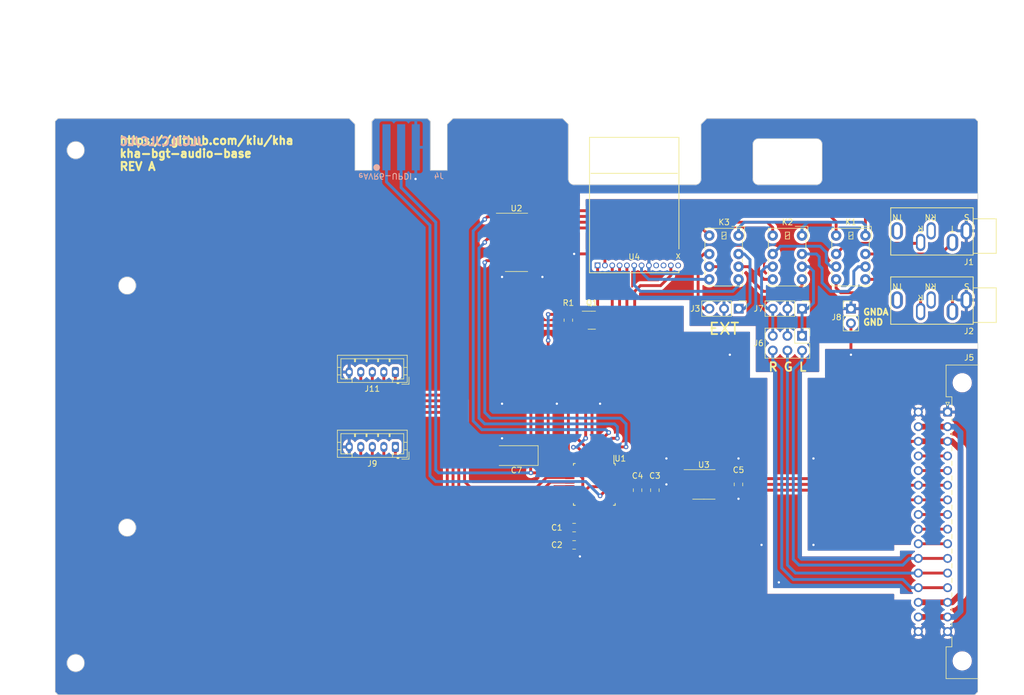
<source format=kicad_pcb>
(kicad_pcb (version 20221018) (generator pcbnew)
  (layers (0 "F.Cu" signal) (31 "B.Cu" signal) (34 "B.Paste" user) (35 "F.Paste" user) (36 "B.SilkS" user "B.Silkscreen") (37 "F.SilkS" user "F.Silkscreen") (38 "B.Mask" user) (39 "F.Mask" user) (44 "Edge.Cuts" user))
  (net 0 "")
  (net 1 "GNDA")
  (net 2 "UPDI")
  (net 3 "AUDIO_LEFT")
  (net 4 "AUDIO_RIGHT")
  (net 5 "SR03")
  (net 6 "SR02")
  (net 7 "SR01")
  (net 8 "GND")
  (net 9 "+5V")
  (net 10 "R01")
  (net 11 "R02")
  (net 12 "R03")
  (net 13 "S_BT_VCC")
  (net 14 "Net-(J3-Pin_1)")
  (net 15 "Net-(J3-Pin_3)")
  (net 16 "BT_VCC")
  (net 17 "Net-(J1-PadT)")
  (net 18 "Net-(K1-Pad3)")
  (net 19 "Net-(J2-PadT)")
  (net 20 "Net-(J2-PadR)")
  (net 21 "Net-(K1-Pad6)")
  (net 22 "Net-(J1-PadR)")
  (net 23 "Net-(K2-Pad4)")
  (net 24 "Net-(K2-Pad5)")
  (net 25 "BUS_DIR")
  (net 26 "BUS_TX")
  (net 27 "BUS_RX")
  (net 28 "Net-(U4-LEFT)")
  (net 29 "Net-(U4-RIGHT)")
  (net 37 "BT_CON")
  (net 38 "BT_LNK")
  (net 39 "LED01")
  (net 40 "LED02")
  (net 41 "LED03")
  (net 42 "LED04")
  (net 43 "BTN01")
  (net 44 "BTN02")
  (net 45 "BTN03")
  (net 46 "BTN04")
  (net 55 "+12V")
  (net 56 "RS485_INT_A")
  (net 57 "RS485_INT_B")
  (net 58 "RS485_A")
  (net 59 "RS485_B")
  (net 60 "BUS01")
  (net 61 "BUS02")
  (net 62 "BUS03")
  (net 63 "BUS04")
  (net 64 "BUS05")
  (net 65 "BUS06")
  (net 66 "BT_RX")
  (net 67 "BT_TX")
  (footprint "kiu:Relay_DPDT_HDF4-5" (layer "F.Cu") (at 240.5125 60.3175 -90)
    (fp_text reference "K1")
    (fp_text value "HFD4/5")
  )
  (footprint "kiu:PJ-325C5" (layer "F.Cu") (at 254.075 59.625 180)
    (fp_text reference "J1")
    (fp_text value "AudioJack3")
  )
  (footprint "Capacitor_Tantalum_SMD:CP_EIA-6032-28_Kemet-C" (layer "F.Cu") (at 180 98.5 180)
    (fp_text reference "C7")
    (fp_text value "220uF")
  )
  (footprint "kiu:Relay_DPDT_HDF4-5" (layer "F.Cu") (at 229.5125 60.3175 -90)
    (fp_text reference "K2")
    (fp_text value "HFD4/5")
  )
  (footprint "Resistor_SMD:R_0805_2012Metric" (layer "F.Cu") (at 189 75 90)
    (fp_text reference "R1")
    (fp_text value "10k")
  )
  (footprint "kiu:KCX_BT_EMITTER_V1.7 12P" (layer "F.Cu") (at 200.42 55.02)
    (fp_text reference "U4")
    (fp_text value "KCX_BT_EMITTER_1.7")
  )
  (footprint "Capacitor_SMD:C_0805_2012Metric" (layer "F.Cu") (at 190 111)
    (fp_text reference "C1")
    (fp_text value "10nF")
  )
  (footprint "Connector_DIN:DIN41612_C2_2x16_Male_Horizontal_THT" (layer "F.Cu") (at 254.76 90.945 -90)
    (fp_text reference "J5")
    (fp_text value "DIN41612_02x16_AC")
  )
  (footprint "Connector_JST:JST_PH_B5B-PH-K_1x05_P2.00mm_Vertical" (layer "F.Cu") (at 159 84 180)
    (fp_text reference "J11")
    (fp_text value "Conn_01x05")
  )
  (footprint "Package_SO:SOIC-8_3.9x4.9mm_P1.27mm" (layer "F.Cu") (at 212.5 103.5)
    (fp_text reference "U3")
    (fp_text value "SP481E")
  )
  (footprint "Package_TO_SOT_SMD:SOT-23" (layer "F.Cu") (at 193.0625 75)
    (fp_text reference "Q1")
    (fp_text value "DMG2301L")
  )
  (footprint "Package_QFP:TQFP-32_7x7mm_P0.8mm" (layer "F.Cu") (at 193.5 103.5 -90)
    (fp_text reference "U1")
    (fp_text value "AVR64DD32")
  )
  (footprint "Capacitor_SMD:C_0805_2012Metric" (layer "F.Cu") (at 204 104.5 90)
    (fp_text reference "C3")
    (fp_text value "100nF")
  )
  (footprint "Capacitor_SMD:C_0805_2012Metric" (layer "F.Cu") (at 218.5 103.5 -90)
    (fp_text reference "C5")
    (fp_text value "100nF")
  )
  (footprint "Capacitor_SMD:C_0805_2012Metric" (layer "F.Cu") (at 201 104.5 90)
    (fp_text reference "C4")
    (fp_text value "10nF")
  )
  (footprint "Connector_PinHeader_2.54mm:PinHeader_2x03_P2.54mm_Vertical" (layer "F.Cu") (at 229.525 77.725 -90)
    (fp_text reference "J6")
    (fp_text value "Conn_02x03_Odd_Even")
  )
  (footprint "Connector_JST:JST_PH_B5B-PH-K_1x05_P2.00mm_Vertical" (layer "F.Cu") (at 159 97 180)
    (fp_text reference "J9")
    (fp_text value "Conn_01x05")
  )
  (footprint "kiu:Relay_DPDT_HDF4-5" (layer "F.Cu") (at 218.5125 60.3175 -90)
    (fp_text reference "K3")
    (fp_text value "HFD4/5")
  )
  (footprint "Connector_PinHeader_2.54mm:PinHeader_1x02_P2.54mm_Vertical" (layer "F.Cu") (at 238 73)
    (fp_text reference "J8")
    (fp_text value "1x02_Jumper")
  )
  (footprint "Package_SO:SOP-16_3.9x9.9mm_P1.27mm" (layer "F.Cu") (at 180 61.5)
    (fp_text reference "U2")
    (fp_text value "ULN2003")
  )
  (footprint "Capacitor_SMD:C_0805_2012Metric" (layer "F.Cu") (at 190 114)
    (fp_text reference "C2")
    (fp_text value "100nF")
  )
  (footprint "kiu:PJ-325C5" (layer "F.Cu") (at 254.075 71.625 180)
    (fp_text reference "J2")
    (fp_text value "AudioJack3")
  )
  (footprint "Connector_PinHeader_2.54mm:PinHeader_1x03_P2.54mm_Vertical" (layer "F.Cu") (at 218.54 73 -90)
    (fp_text reference "J3")
    (fp_text value "Conn_01x03")
  )
  (footprint "Connector_PinHeader_2.54mm:PinHeader_1x03_P2.54mm_Vertical" (layer "F.Cu") (at 229.525 73 -90)
    (fp_text reference "J7")
    (fp_text value "Conn_01x03")
  )
  (footprint "kiu-eAVR:eAVR6-UPDI-F" (layer "B.Cu") (at 160 40)
    (fp_text reference "J4")
    (fp_text value "AVR-UPDI-6" hide)
    (fp_line (start -5.08 0.5) (end -4.58 0) (stroke (width 0.12)) (layer "Edge.Cuts"))
    (fp_line (start -5.08 9) (end -5.08 0.5) (stroke (width 0.12)) (layer "Edge.Cuts"))
    (fp_line (start -4.58 0) (end 4.58 0) (stroke (width 0.12)) (layer "Edge.Cuts"))
    (fp_line (start 5.08 0.5) (end 4.58 0) (stroke (width 0.12)) (layer "Edge.Cuts"))
    (fp_line (start 5.08 9) (end 5.08 0.5) (stroke (width 0.12)) (layer "Edge.Cuts"))
  )
  (gr_line (start 233 50.5) (end 233 44.5) (stroke (width 0.1)) (layer "Edge.Cuts"))
  (gr_line (start 152 41) (end 151 40) (stroke (width 0.1)) (layer "Edge.Cuts"))
  (gr_circle (center 103.57 134.5) (end 105.07 134.5) (stroke (width 0.1)) (fill none) (layer "Edge.Cuts"))
  (gr_arc (start 222 51.5) (mid 221.292893 51.207107) (end 221 50.5) (stroke (width 0.1)) (layer "Edge.Cuts"))
  (gr_line (start 221 44.5) (end 221 50.5) (stroke (width 0.1)) (layer "Edge.Cuts"))
  (gr_line (start 212 50.5) (end 212 41) (stroke (width 0.1)) (layer "Edge.Cuts"))
  (gr_line (start 212 41) (end 213 40) (stroke (width 0.1)) (layer "Edge.Cuts"))
  (gr_line (start 154.92 49) (end 152 49) (stroke (width 0.1)) (layer "Edge.Cuts"))
  (gr_line (start 190 51.5) (end 211 51.5) (stroke (width 0.1)) (layer "Edge.Cuts"))
  (gr_arc (start 190 51.5) (mid 189.292893 51.207107) (end 189 50.5) (stroke (width 0.1)) (layer "Edge.Cuts"))
  (gr_line (start 259.5 140) (end 100.5 140) (stroke (width 0.1)) (layer "Edge.Cuts"))
  (gr_line (start 189 41) (end 189 50.5) (stroke (width 0.1)) (layer "Edge.Cuts"))
  (gr_line (start 189 41) (end 188 40) (stroke (width 0.1)) (layer "Edge.Cuts"))
  (gr_line (start 165.08 49) (end 168 49) (stroke (width 0.1)) (layer "Edge.Cuts"))
  (gr_arc (start 212 50.5) (mid 211.707107 51.207107) (end 211 51.5) (stroke (width 0.1)) (layer "Edge.Cuts"))
  (gr_line (start 100 139.5) (end 100 40.5) (stroke (width 0.1)) (layer "Edge.Cuts"))
  (gr_circle (center 112.5 69) (end 114 69) (stroke (width 0.1)) (fill none) (layer "Edge.Cuts"))
  (gr_line (start 100 139.5) (end 100.5 140) (stroke (width 0.1)) (layer "Edge.Cuts"))
  (gr_line (start 259.5 40) (end 260 40.5) (stroke (width 0.1)) (layer "Edge.Cuts"))
  (gr_arc (start 221 44.5) (mid 221.292893 43.792893) (end 222 43.5) (stroke (width 0.1)) (layer "Edge.Cuts"))
  (gr_line (start 152 49) (end 152 41) (stroke (width 0.1)) (layer "Edge.Cuts"))
  (gr_line (start 188 40) (end 169 40) (stroke (width 0.1)) (layer "Edge.Cuts"))
  (gr_line (start 100.5 40) (end 151 40) (stroke (width 0.1)) (layer "Edge.Cuts"))
  (gr_circle (center 103.57 45.5) (end 105.07 45.5) (stroke (width 0.1)) (fill none) (layer "Edge.Cuts"))
  (gr_line (start 259.5 140) (end 260 139.5) (stroke (width 0.1)) (layer "Edge.Cuts"))
  (gr_line (start 168 41) (end 169 40) (stroke (width 0.1)) (layer "Edge.Cuts"))
  (gr_line (start 260 40.5) (end 260 139.5) (stroke (width 0.1)) (layer "Edge.Cuts"))
  (gr_line (start 222 51.5) (end 232 51.5) (stroke (width 0.1)) (layer "Edge.Cuts"))
  (gr_line (start 100 40.5) (end 100.5 40) (stroke (width 0.1)) (layer "Edge.Cuts"))
  (gr_line (start 213 40) (end 259.5 40) (stroke (width 0.1)) (layer "Edge.Cuts"))
  (gr_line (start 232 43.5) (end 222 43.5) (stroke (width 0.1)) (layer "Edge.Cuts"))
  (gr_arc (start 233 50.5) (mid 232.707107 51.207107) (end 232 51.5) (stroke (width 0.1)) (layer "Edge.Cuts"))
  (gr_arc (start 232 43.5) (mid 232.707107 43.792893) (end 233 44.5) (stroke (width 0.1)) (layer "Edge.Cuts"))
  (gr_line (start 168 49) (end 168 41) (stroke (width 0.1)) (layer "Edge.Cuts"))
  (gr_circle (center 112.5 111) (end 114 111) (stroke (width 0.1)) (fill none) (layer "Edge.Cuts"))
  (gr_text "JLCJLCJLCJLC" (at 111 44) (layer "B.SilkS") (effects (font (size 1.4 1.4) (thickness 0.35) bold) (justify right mirror)))
  (gr_text "https://github.com/kiu/kha\nkha-bgt-audio-base\nREV A" (at 111 43) (layer "F.SilkS") (effects (font (size 1.4 1.4) (thickness 0.35) bold) (justify left top)))
  (gr_text "R G L" (at 227 84) (layer "F.SilkS") (effects (font (size 1.5 1.5) (thickness 0.3) bold) (justify bottom)))
  (gr_text "GNDA\nGND" (at 240 76) (layer "F.SilkS") (effects (font (size 1.1 1.1) (thickness 0.275) bold) (justify left bottom)))
  (gr_text "EXT" (at 216 76.5) (layer "F.SilkS") (effects (font (size 2 2) (thickness 0.3))))
  (segment (start 202.96 65.5) (end 202.96 64.04) (width 0.5) (layer "F.Cu") (net 1))
  (segment (start 202.96 65.5) (end 202.96 66.96) (width 0.5) (layer "F.Cu") (net 1))
  (via (at 225.5 120.5) (size 0.8) (drill 0.4) (layers "F.Cu" "B.Cu") (net 1))
  (segment (start 226.985 73) (end 226.985 71.515) (width 0.5) (layer "B.Cu") (net 1))
  (segment (start 203 65.5) (end 203 64.04) (width 0.5) (layer "B.Cu") (net 1))
  (segment (start 226.985 77.725) (end 226.985 73) (width 0.5) (layer "B.Cu") (net 1))
  (segment (start 202.96 65.5) (end 202.96 66.46) (width 0.5) (layer "B.Cu") (net 1))
  (segment (start 195.3 104.7) (end 194.5 105.5) (width 0.5) (layer "F.Cu") (net 2))
  (segment (start 197.75 104.7) (end 195.3 104.7) (width 0.5) (layer "F.Cu") (net 2))
  (via (at 194.5 105.5) (size 0.8) (drill 0.4) (layers "F.Cu" "B.Cu") (net 2))
  (segment (start 166 103) (end 192 103) (width 0.5) (layer "B.Cu") (net 2))
  (segment (start 192 103) (end 194.5 105.5) (width 0.5) (layer "B.Cu") (net 2))
  (segment (start 165 58.54) (end 165 102) (width 0.5) (layer "B.Cu") (net 2))
  (segment (start 157.46 45) (end 157.46 51) (width 0.5) (layer "B.Cu") (net 2))
  (segment (start 157.46 51) (end 165 58.54) (width 0.5) (layer "B.Cu") (net 2))
  (segment (start 165 102) (end 166 103) (width 0.5) (layer "B.Cu") (net 2))
  (segment (start 229.525 74.975) (end 229.525 77.725) (width 0.5) (layer "B.Cu") (net 3))
  (segment (start 231.5 66.5) (end 231.5 72) (width 0.5) (layer "B.Cu") (net 3))
  (segment (start 230.5 73) (end 231.5 72) (width 0.5) (layer "B.Cu") (net 3))
  (segment (start 230.7175 65.7175) (end 229.5125 65.7175) (width 0.5) (layer "B.Cu") (net 3))
  (segment (start 229.525 73) (end 229.525 74.975) (width 0.5) (layer "B.Cu") (net 3))
  (segment (start 229.525 73) (end 230.5 73) (width 0.5) (layer "B.Cu") (net 3))
  (segment (start 231.5 66.5) (end 230.7175 65.7175) (width 0.5) (layer "B.Cu") (net 3))
  (segment (start 223.5 73) (end 224.445 73) (width 0.5) (layer "B.Cu") (net 4))
  (segment (start 224.445 74.945) (end 224.445 77.725) (width 0.5) (layer "B.Cu") (net 4))
  (segment (start 222.5 66.5) (end 222.5 72) (width 0.5) (layer "B.Cu") (net 4))
  (segment (start 224.445 73) (end 224.445 74.945) (width 0.5) (layer "B.Cu") (net 4))
  (segment (start 224.4325 65.7175) (end 223.2825 65.7175) (width 0.5) (layer "B.Cu") (net 4))
  (segment (start 223.2825 65.7175) (end 222.5 66.5) (width 0.5) (layer "B.Cu") (net 4))
  (segment (start 222.5 72) (end 223.5 73) (width 0.5) (layer "B.Cu") (net 4))
  (segment (start 174.5 61.5) (end 174.5 61.365) (width 0.5) (layer "F.Cu") (net 5))
  (segment (start 194.7 99.25) (end 194.7 97.5) (width 0.5) (layer "F.Cu") (net 5))
  (segment (start 194.7 97.3) (end 196.5 95.5) (width 0.5) (layer "F.Cu") (net 5))
  (segment (start 177.5 60.865) (end 175 60.865) (width 0.5) (layer "F.Cu") (net 5))
  (segment (start 196.5 95.5) (end 197.5 95.5) (width 0.5) (layer "F.Cu") (net 5))
  (segment (start 174.5 61.365) (end 175 60.865) (width 0.5) (layer "F.Cu") (net 5))
  (segment (start 194.7 97.5) (end 194.7 97.3) (width 0.5) (layer "F.Cu") (net 5))
  (via (at 174.5 61.5) (size 0.8) (drill 0.4) (layers "F.Cu" "B.Cu") (net 5))
  (via (at 197.5 95.5) (size 0.8) (drill 0.4) (layers "F.Cu" "B.Cu") (net 5))
  (segment (start 197.5 93.5) (end 197 93) (width 0.5) (layer "B.Cu") (net 5))
  (segment (start 173.5 92) (end 173.5 62.5) (width 0.5) (layer "B.Cu") (net 5))
  (segment (start 173.5 62.5) (end 174.5 61.5) (width 0.5) (layer "B.Cu") (net 5))
  (segment (start 197 93) (end 174.5 93) (width 0.5) (layer "B.Cu") (net 5))
  (segment (start 174.5 93) (end 173.5 92) (width 0.5) (layer "B.Cu") (net 5))
  (segment (start 197.5 95.5) (end 197.5 93.5) (width 0.5) (layer "B.Cu") (net 5))
  (segment (start 177.5 64.675) (end 174.825 64.675) (width 0.5) (layer "F.Cu") (net 6))
  (segment (start 196.5 97) (end 199 97) (width 0.5) (layer "F.Cu") (net 6))
  (segment (start 195.5 99.25) (end 195.5 98) (width 0.5) (layer "F.Cu") (net 6))
  (segment (start 174.825 64.675) (end 174.5 65) (width 0.5) (layer "F.Cu") (net 6))
  (segment (start 195.5 98) (end 196.5 97) (width 0.5) (layer "F.Cu") (net 6))
  (via (at 199 97) (size 0.8) (drill 0.4) (layers "F.Cu" "B.Cu") (net 6))
  (via (at 174.5 65) (size 0.8) (drill 0.4) (layers "F.Cu" "B.Cu") (net 6))
  (segment (start 175.5 92) (end 174.5 91) (width 0.5) (layer "B.Cu") (net 6))
  (segment (start 199 93) (end 198 92) (width 0.5) (layer "B.Cu") (net 6))
  (segment (start 198 92) (end 175.5 92) (width 0.5) (layer "B.Cu") (net 6))
  (segment (start 199 97) (end 199 93) (width 0.5) (layer "B.Cu") (net 6))
  (segment (start 174.5 91) (end 174.5 65) (width 0.5) (layer "B.Cu") (net 6))
  (segment (start 193.9 99.25) (end 193.9 97) (width 0.5) (layer "F.Cu") (net 7))
  (segment (start 193.9 97) (end 193.9 96.6) (width 0.5) (layer "F.Cu") (net 7))
  (segment (start 193.9 96.6) (end 196 94.5) (width 0.5) (layer "F.Cu") (net 7))
  (segment (start 174.945 57.055) (end 174.5 57.5) (width 0.5) (layer "F.Cu") (net 7))
  (segment (start 177.5 57.055) (end 174.945 57.055) (width 0.5) (layer "F.Cu") (net 7))
  (via (at 196 94.5) (size 0.8) (drill 0.4) (layers "F.Cu" "B.Cu") (net 7))
  (via (at 174.5 57.5) (size 0.8) (drill 0.4) (layers "F.Cu" "B.Cu") (net 7))
  (segment (start 174 94) (end 172.5 92.5) (width 0.5) (layer "B.Cu") (net 7))
  (segment (start 195.5 94) (end 196 94.5) (width 0.5) (layer "B.Cu") (net 7))
  (segment (start 174 94) (end 195.5 94) (width 0.5) (layer "B.Cu") (net 7))
  (segment (start 172.5 59.5) (end 174.5 57.5) (width 0.5) (layer "B.Cu") (net 7))
  (segment (start 172.5 92.5) (end 172.5 59.5) (width 0.5) (layer "B.Cu") (net 7))
  (segment (start 202.55 103.55) (end 202.5 103.5) (width 0.5) (layer "F.Cu") (net 8))
  (segment (start 194.5 63.5) (end 194.17 63.5) (width 0.5) (layer "F.Cu") (net 8))
  (segment (start 192.3 109.65) (end 190.95 111) (width 0.5) (layer "F.Cu") (net 8))
  (segment (start 190.95 112.55) (end 190.95 114) (width 0.5) (layer "F.Cu") (net 8))
  (segment (start 202.5 103.5) (end 202.45 103.55) (width 0.5) (layer "F.Cu") (net 8))
  (segment (start 197.75 103.1) (end 200.55 103.1) (width 0.5) (layer "F.Cu") (net 8))
  (segment (start 190.95 111) (end 190.95 112.45) (width 0.5) (layer "F.Cu") (net 8))
  (segment (start 202.45 103.55) (end 201 103.55) (width 0.5) (layer "F.Cu") (net 8))
  (segment (start 204 103.55) (end 202.55 103.55) (width 0.5) (layer "F.Cu") (net 8))
  (segment (start 238 75.54) (end 238 81) (width 0.5) (layer "F.Cu") (net 8))
  (segment (start 195.34 64.34) (end 194.5 63.5) (width 0.5) (layer "F.Cu") (net 8))
  (segment (start 195.34 65.5) (end 195.34 64.34) (width 0.5) (layer "F.Cu") (net 8))
  (segment (start 191 112.5) (end 190.95 112.55) (width 0.5) (layer "F.Cu") (net 8))
  (segment (start 200.55 103.1) (end 201 103.55) (width 0.5) (layer "F.Cu") (net 8))
  (segment (start 190.95 112.45) (end 191 112.5) (width 0.5) (layer "F.Cu") (net 8))
  (segment (start 192.3 107.75) (end 192.3 109.65) (width 0.5) (layer "F.Cu") (net 8))
  (segment (start 194.17 63.5) (end 190 63.5) (width 0.5) (layer "F.Cu") (net 8))
  (via (at 231.5 99) (size 0.8) (drill 0.4) (layers "F.Cu" "B.Cu") (net 8))
  (via (at 162.5 50.5) (size 0.8) (drill 0.4) (layers "F.Cu" "B.Cu") (net 8))
  (via (at 194.5 89.5) (size 0.8) (drill 0.4) (layers "F.Cu" "B.Cu") (net 8))
  (via (at 217 81) (size 0.8) (drill 0.4) (layers "F.Cu" "B.Cu") (net 8))
  (via (at 231.5 114) (size 0.8) (drill 0.4) (layers "F.Cu" "B.Cu") (net 8))
  (via (at 184.5 67.5) (size 0.8) (drill 0.4) (layers "F.Cu" "B.Cu") (net 8))
  (via (at 177.5 95.5) (size 0.8) (drill 0.4) (layers "F.Cu" "B.Cu") (net 8))
  (via (at 218.5 99) (size 0.8) (drill 0.4) (layers "F.Cu" "B.Cu") (net 8))
  (via (at 218.5 106) (size 0.8) (drill 0.4) (layers "F.Cu" "B.Cu") (net 8))
  (via (at 177.5 89.5) (size 0.8) (drill 0.4) (layers "F.Cu" "B.Cu") (net 8))
  (via (at 187 89.5) (size 0.8) (drill 0.4) (layers "F.Cu" "B.Cu") (net 8))
  (via (at 190 63.5) (size 0.8) (drill 0.4) (layers "F.Cu" "B.Cu") (net 8))
  (via (at 177.5 67.5) (size 0.8) (drill 0.4) (layers "F.Cu" "B.Cu") (net 8))
  (via (at 238 81) (size 0.8) (drill 0.4) (layers "F.Cu" "B.Cu") (net 8))
  (via (at 206 103.5) (size 0.8) (drill 0.4) (layers "F.Cu" "B.Cu") (net 8))
  (via (at 191 116) (size 0.8) (drill 0.4) (layers "F.Cu" "B.Cu") (net 8))
  (via (at 222.5 114) (size 0.8) (drill 0.4) (layers "F.Cu" "B.Cu") (net 8))
  (via (at 206 99) (size 0.8) (drill 0.4) (layers "F.Cu" "B.Cu") (net 8))
  (segment (start 256.025 96.525) (end 257 97.5) (width 1) (layer "F.Cu") (net 9))
  (segment (start 247.5 97.025) (end 247.5 101.5) (width 0.5) (layer "F.Cu") (net 9))
  (segment (start 191.5 102.45) (end 191.5 105) (width 0.5) (layer "F.Cu") (net 9))
  (segment (start 189.05 114) (end 189.05 111) (width 0.5) (layer "F.Cu") (net 9))
  (segment (start 180.445 65.945) (end 182.5 65.945) (width 0.5) (layer "F.Cu") (net 9))
  (segment (start 211.75 106.25) (end 211 107) (width 0.5) (layer "F.Cu") (net 9))
  (segment (start 189.25 101.5) (end 190.55 101.5) (width 0.5) (layer "F.Cu") (net 9))
  (segment (start 255.535 123.965) (end 257 122.5) (width 1) (layer "F.Cu") (net 9))
  (segment (start 192.125 75.95) (end 189.0375 75.95) (width 0.5) (layer "F.Cu") (net 9))
  (segment (start 249.58 95.925) (end 249.68 96.025) (width 1) (layer "F.Cu") (net 9))
  (segment (start 191.05 109.5) (end 190.55 109.5) (width 0.5) (layer "F.Cu") (net 9))
  (segment (start 254.76 123.965) (end 249.68 123.965) (width 1) (layer "F.Cu") (net 9))
  (segment (start 198.9 103.9) (end 200.45 105.45) (width 0.5) (layer "F.Cu") (net 9))
  (segment (start 189.0375 75.95) (end 189 75.9125) (width 0.5) (layer "F.Cu") (net 9))
  (segment (start 211 107) (end 205.55 107) (width 0.5) (layer "F.Cu") (net 9))
  (segment (start 197.75 103.9) (end 192.6 103.9) (width 0.5) (layer "F.Cu") (net 9))
  (segment (start 240.5125 57.0125) (end 239.5 56) (width 0.5) (layer "F.Cu") (net 9))
  (segment (start 192.6 103.9) (end 191.5 105) (width 0.5) (layer "F.Cu") (net 9))
  (segment (start 240.5125 60.3175) (end 240.5125 57.0125) (width 0.5) (layer "F.Cu") (net 9))
  (segment (start 257 103.903) (end 257 122.5) (width 1) (layer "F.Cu") (net 9))
  (segment (start 180 57) (end 180 65.5) (width 0.5) (layer "F.Cu") (net 9))
  (segment (start 190.55 109.5) (end 189.05 111) (width 0.5) (layer "F.Cu") (net 9))
  (segment (start 180 65.5) (end 180.445 65.945) (width 0.5) (layer "F.Cu") (net 9))
  (segment (start 182.4625 98.5) (end 182.4625 101.4625) (width 0.5) (layer "F.Cu") (net 9))
  (segment (start 255.5 96) (end 256.025 96.525) (width 1) (layer "F.Cu") (net 9))
  (segment (start 254.76 96.025) (end 254.785 96) (width 1) (layer "F.Cu") (net 9))
  (segment (start 205.55 107) (end 204 105.45) (width 0.5) (layer "F.Cu") (net 9))
  (segment (start 182.5 84.5) (end 182.5 99) (width 0.5) (layer "F.Cu") (net 9))
  (segment (start 217.545 101.595) (end 218.5 102.55) (width 0.5) (layer "F.Cu") (net 9))
  (segment (start 183.4125 75.9125) (end 182.5 75) (width 0.5) (layer "F.Cu") (net 9))
  (segment (start 201 105.45) (end 204 105.45) (width 0.5) (layer "F.Cu") (net 9))
  (segment (start 197.75 103.9) (end 198.9 103.9) (width 0.5) (layer "F.Cu") (net 9))
  (segment (start 191.5 109.05) (end 191.05 109.5) (width 0.5) (layer "F.Cu") (net 9))
  (segment (start 257 97.5) (end 257 103.903) (width 1) (layer "F.Cu") (net 9))
  (segment (start 254.785 96) (end 255.5 96) (width 1) (layer "F.Cu") (net 9))
  (segment (start 249.68 96.025) (end 248.5 96.025) (width 0.5) (layer "F.Cu") (net 9))
  (segment (start 254.76 123.965) (end 255.535 123.965) (width 1) (layer "F.Cu") (net 9))
  (segment (start 239.5 56) (end 181 56) (width 0.5) (layer "F.Cu") (net 9))
  (segment (start 211.75 103.5) (end 211.75 106.25) (width 0.5) (layer "F.Cu") (net 9))
  (segment (start 189.25 101.5) (end 185 101.5) (width 0.5) (layer "F.Cu") (net 9))
  (segment (start 214.975 101.595) (end 213.655 101.595) (width 0.5) (layer "F.Cu") (net 9))
  (segment (start 189 75.9125) (end 183.4125 75.9125) (width 0.5) (layer "F.Cu") (net 9))
  (segment (start 181 56) (end 180 57) (width 0.5) (layer "F.Cu") (net 9))
  (segment (start 182.5 65.945) (end 182.5 75) (width 0.5) (layer "F.Cu") (net 9))
  (segment (start 182.5 75) (end 182.5 84.5) (width 0.5) (layer "F.Cu") (net 9))
  (segment (start 182.4625 101.4625) (end 182.5 101.5) (width 0.5) (layer "F.Cu") (net 9))
  (segment (start 191.5 107.75) (end 191.5 109.05) (width 0.5) (layer "F.Cu") (net 9))
  (segment (start 218.55 102.5) (end 218.5 102.55) (width 0.5) (layer "F.Cu") (net 9))
  (segment (start 200.45 105.45) (end 201 105.45) (width 0.5) (layer "F.Cu") (net 9))
  (segment (start 213.655 101.595) (end 211.75 103.5) (width 0.5) (layer "F.Cu") (net 9))
  (segment (start 248.5 96.025) (end 247.5 97.025) (width 0.5) (layer "F.Cu") (net 9))
  (segment (start 190.55 101.5) (end 191.5 102.45) (width 0.5) (layer "F.Cu") (net 9))
  (segment (start 191.5 105) (end 191.5 107.75) (width 0.5) (layer "F.Cu") (net 9))
  (segment (start 214.975 101.595) (end 217.545 101.595) (width 0.5) (layer "F.Cu") (net 9))
  (segment (start 185 101.5) (end 182.5 101.5) (width 0.5) (layer "F.Cu") (net 9))
  (segment (start 246.5 102.5) (end 218.55 102.5) (width 0.5) (layer "F.Cu") (net 9))
  (segment (start 254.76 96.025) (end 249.68 96.025) (width 1) (layer "F.Cu") (net 9))
  (segment (start 247.5 101.5) (end 246.5 102.5) (width 0.5) (layer "F.Cu") (net 9))
  (via (at 182.5 101.5) (size 0.8) (drill 0.4) (layers "F.Cu" "B.Cu") (net 9))
  (segment (start 219.5 58) (end 218.5125 58.9875) (width 0.5) (layer "B.Cu") (net 9))
  (segment (start 182.5 101.5) (end 166.5 101.5) (width 0.5) (layer "B.Cu") (net 9))
  (segment (start 240.5125 60.3175) (end 240.5125 58.5125) (width 0.5) (layer "B.Cu") (net 9))
  (segment (start 166 58) (end 160 52) (width 0.5) (layer "B.Cu") (net 9))
  (segment (start 240.5125 58.5125) (end 240 58) (width 0.5) (layer "B.Cu") (net 9))
  (segment (start 166.5 101.5) (end 166 101) (width 0.5) (layer "B.Cu") (net 9))
  (segment (start 218.5125 58.9875) (end 218.5125 60.3175) (width 0.5) (layer "B.Cu") (net 9))
  (segment (start 229.5125 58.9875) (end 230.5 58) (width 0.5) (layer "B.Cu") (net 9))
  (segment (start 230.5 58) (end 219.5 58) (width 0.5) (layer "B.Cu") (net 9))
  (segment (start 160 52) (end 160 45) (width 0.5) (layer "B.Cu") (net 9))
  (segment (start 240 58) (end 230.5 58) (width 0.5) (layer "B.Cu") (net 9))
  (segment (start 166 101) (end 166 58) (width 0.5) (layer "B.Cu") (net 9))
  (segment (start 229.5125 60.3175) (end 229.5125 58.9875) (width 0.5) (layer "B.Cu") (net 9))
  (segment (start 235.4325 57.9325) (end 234.5 57) (width 0.5) (layer "F.Cu") (net 10))
  (segment (start 182.555 57) (end 182.5 57.055) (width 0.5) (layer "F.Cu") (net 10))
  (segment (start 235.4325 60.3175) (end 235.4325 57.9325) (width 0.5) (layer "F.Cu") (net 10))
  (segment (start 234.5 57) (end 182.555 57) (width 0.5) (layer "F.Cu") (net 10))
  (segment (start 212.115 59) (end 187 59) (width 0.5) (layer "F.Cu") (net 11))
  (segment (start 186.5 64) (end 185.825 64.675) (width 0.5) (layer "F.Cu") (net 11))
  (segment (start 186.5 59.5) (end 186.5 64) (width 0.5) (layer "F.Cu") (net 11))
  (segment (start 213.4325 60.3175) (end 212.115 59) (width 0.5) (layer "F.Cu") (net 11))
  (segment (start 185.825 64.675) (end 182.5 64.675) (width 0.5) (layer "F.Cu") (net 11))
  (segment (start 187 59) (end 186.5 59.5) (width 0.5) (layer "F.Cu") (net 11))
  (segment (start 184.635 60.865) (end 182.5 60.865) (width 0.5) (layer "F.Cu") (net 12))
  (segment (start 223.5 58) (end 185.5 58) (width 0.5) (layer "F.Cu") (net 12))
  (segment (start 224.4325 60.3175) (end 224.4325 58.9325) (width 0.5) (layer "F.Cu") (net 12))
  (segment (start 185 60.5) (end 184.635 60.865) (width 0.5) (layer "F.Cu") (net 12))
  (segment (start 224.4325 58.9325) (end 223.5 58) (width 0.5) (layer "F.Cu") (net 12))
  (segment (start 185.5 58) (end 185 58.5) (width 0.5) (layer "F.Cu") (net 12))
  (segment (start 185 58.5) (end 185 60.5) (width 0.5) (layer "F.Cu") (net 12))
  (segment (start 185.5 99) (end 185.5 78.5) (width 0.5) (layer "F.Cu") (net 13))
  (segment (start 188.9125 74) (end 185.5 74) (width 0.5) (layer "F.Cu") (net 13))
  (segment (start 187.2 100.7) (end 185.5 99) (width 0.5) (layer "F.Cu") (net 13))
  (segment (start 192.125 74.05) (end 189.0375 74.05) (width 0.5) (layer "F.Cu") (net 13))
  (segment (start 189 74.0875) (end 188.9125 74) (width 0.5) (layer "F.Cu") (net 13))
  (segment (start 189.25 100.7) (end 187.2 100.7) (width 0.5) (layer "F.Cu") (net 13))
  (segment (start 189.0375 74.05) (end 189 74.0875) (width 0.5) (layer "F.Cu") (net 13))
  (via (at 185.5 78.5) (size 0.8) (drill 0.4) (layers "F.Cu" "B.Cu") (net 13))
  (via (at 185.5 74) (size 0.8) (drill 0.4) (layers "F.Cu" "B.Cu") (net 13))
  (segment (start 185.5 75) (end 185.5 74) (width 0.5) (layer "B.Cu") (net 13))
  (segment (start 185.5 75) (end 185.5 78.5) (width 0.5) (layer "B.Cu") (net 13))
  (segment (start 219.5175 63.5175) (end 220.5 64.5) (width 0.5) (layer "B.Cu") (net 14))
  (segment (start 220.5 64.5) (end 220.5 72) (width 0.5) (layer "B.Cu") (net 14))
  (segment (start 220.5 72) (end 219.5 73) (width 0.5) (layer "B.Cu") (net 14))
  (segment (start 219.5 73) (end 218.54 73) (width 0.5) (layer "B.Cu") (net 14))
  (segment (start 218.5125 63.5175) (end 219.5175 63.5175) (width 0.5) (layer "B.Cu") (net 14))
  (segment (start 213.4325 63.5175) (end 212.4825 63.5175) (width 0.5) (layer "F.Cu") (net 15))
  (segment (start 211.5 64.5) (end 211.5 72) (width 0.5) (layer "F.Cu") (net 15))
  (segment (start 211.5 72) (end 212.5 73) (width 0.5) (layer "F.Cu") (net 15))
  (segment (start 212.4825 63.5175) (end 211.5 64.5) (width 0.5) (layer "F.Cu") (net 15))
  (segment (start 212.5 73) (end 213.46 73) (width 0.5) (layer "F.Cu") (net 15))
  (segment (start 194.07 74.93) (end 194 75) (width 0.5) (layer "F.Cu") (net 16))
  (segment (start 194.07 65.5) (end 194.07 74.93) (width 0.5) (layer "F.Cu") (net 16))
  (segment (start 240.5125 63.5175) (end 253.5825 63.5175) (width 0.5) (layer "F.Cu") (net 17))
  (segment (start 253.5825 63.5175) (end 255.6 61.5) (width 0.5) (layer "F.Cu") (net 17))
  (segment (start 232.5 64) (end 232.5 65.5) (width 0.5) (layer "B.Cu") (net 18))
  (segment (start 232.0175 63.5175) (end 232.5 64) (width 0.5) (layer "B.Cu") (net 18))
  (segment (start 229.5125 63.5175) (end 232.0175 63.5175) (width 0.5) (layer "B.Cu") (net 18))
  (segment (start 233 68.5) (end 233 66) (width 0.5) (layer "B.Cu") (net 18))
  (segment (start 238.5 66.5) (end 239.2825 65.7175) (width 0.5) (layer "B.Cu") (net 18))
  (segment (start 233 68.5) (end 234.5 70) (width 0.5) (layer "B.Cu") (net 18))
  (segment (start 233 66) (end 232.5 65.5) (width 0.5) (layer "B.Cu") (net 18))
  (segment (start 234.5 70) (end 237.5 70) (width 0.5) (layer "B.Cu") (net 18))
  (segment (start 237.5 70) (end 238.5 69) (width 0.5) (layer "B.Cu") (net 18))
  (segment (start 239.2825 65.7175) (end 240.5125 65.7175) (width 0.5) (layer "B.Cu") (net 18))
  (segment (start 238.5 69) (end 238.5 66.5) (width 0.5) (layer "B.Cu") (net 18))
  (segment (start 240.5125 67.9175) (end 253.9175 67.9175) (width 0.5) (layer "F.Cu") (net 19))
  (segment (start 253.9175 67.9175) (end 255.6 69.6) (width 0.5) (layer "F.Cu") (net 19))
  (segment (start 255.6 69.6) (end 255.6 73.5) (width 0.5) (layer "F.Cu") (net 19))
  (segment (start 235.4325 67.9175) (end 235.4325 69.4325) (width 0.5) (layer "F.Cu") (net 20))
  (segment (start 249 69) (end 250.08 70.08) (width 0.5) (layer "F.Cu") (net 20))
  (segment (start 236.2425 70.2425) (end 241.7575 70.2425) (width 0.5) (layer "F.Cu") (net 20))
  (segment (start 250.08 70.08) (end 250.08 73.5) (width 0.5) (layer "F.Cu") (net 20))
  (segment (start 243 69) (end 249 69) (width 0.5) (layer "F.Cu") (net 20))
  (segment (start 241.7575 70.2425) (end 243 69) (width 0.5) (layer "F.Cu") (net 20))
  (segment (start 235.4325 69.4325) (end 236.2425 70.2425) (width 0.5) (layer "F.Cu") (net 20))
  (segment (start 233.7175 63.2175) (end 233.7175 64.935) (width 0.5) (layer "B.Cu") (net 21))
  (segment (start 232.6675 62.1675) (end 233.7175 63.2175) (width 0.5) (layer "B.Cu") (net 21))
  (segment (start 233.7175 64.935) (end 234.5 65.7175) (width 0.5) (layer "B.Cu") (net 21))
  (segment (start 225.7825 62.1675) (end 232.6675 62.1675) (width 0.5) (layer "B.Cu") (net 21))
  (segment (start 234.5 65.7175) (end 235.4325 65.7175) (width 0.5) (layer "B.Cu") (net 21))
  (segment (start 224.4325 63.5175) (end 225.7825 62.1675) (width 0.5) (layer "B.Cu") (net 21))
  (segment (start 235.4325 63.5175) (end 237.2825 61.6675) (width 0.5) (layer "F.Cu") (net 22))
  (segment (start 237.2825 61.6675) (end 249.9125 61.6675) (width 0.5) (layer "F.Cu") (net 22))
  (segment (start 249.9125 61.6675) (end 250.08 61.5) (width 0.5) (layer "F.Cu") (net 22))
  (segment (start 229.5 69) (end 229.5125 69) (width 0.5) (layer "F.Cu") (net 23))
  (segment (start 229.5125 69) (end 229.5125 67.9175) (width 0.5) (layer "F.Cu") (net 23))
  (segment (start 220.2175 65.7175) (end 221 66.5) (width 0.5) (layer "F.Cu") (net 23))
  (segment (start 222.795 70) (end 228.5 70) (width 0.5) (layer "F.Cu") (net 23))
  (segment (start 221 68.205) (end 222.795 70) (width 0.5) (layer "F.Cu") (net 23))
  (segment (start 218.5125 65.7175) (end 220.2175 65.7175) (width 0.5) (layer "F.Cu") (net 23))
  (segment (start 228.5 70) (end 229.5 69) (width 0.5) (layer "F.Cu") (net 23))
  (segment (start 221 66.5) (end 221 68.205) (width 0.5) (layer "F.Cu") (net 23))
  (segment (start 221 62) (end 217.15 62) (width 0.5) (layer "F.Cu") (net 24))
  (segment (start 215.825 65.175) (end 215.825 63.325) (width 0.5) (layer "F.Cu") (net 24))
  (segment (start 222 63) (end 221 62) (width 0.5) (layer "F.Cu") (net 24))
  (segment (start 213.4325 65.7175) (end 215.2825 65.7175) (width 0.5) (layer "F.Cu") (net 24))
  (segment (start 224.4325 67.9175) (end 222.9175 67.9175) (width 0.5) (layer "F.Cu") (net 24))
  (segment (start 222 67) (end 222 63) (width 0.5) (layer "F.Cu") (net 24))
  (segment (start 222.9175 67.9175) (end 222 67) (width 0.5) (layer "F.Cu") (net 24))
  (segment (start 217.15 62) (end 215.825 63.325) (width 0.5) (layer "F.Cu") (net 24))
  (segment (start 215.2825 65.7175) (end 215.825 65.175) (width 0.5) (layer "F.Cu") (net 24))
  (segment (start 211.5 100.5) (end 212 101) (width 0.5) (layer "F.Cu") (net 25))
  (segment (start 200.25 100.5) (end 211.5 100.5) (width 0.5) (layer "F.Cu") (net 25))
  (segment (start 199 99.25) (end 200.25 100.5) (width 0.5) (layer "F.Cu") (net 25))
  (segment (start 212 101) (end 212 102) (width 0.5) (layer "F.Cu") (net 25))
  (segment (start 210.025 102.865) (end 210.025 104.135) (width 0.5) (layer "F.Cu") (net 25))
  (segment (start 211.135 102.865) (end 210.025 102.865) (width 0.5) (layer "F.Cu") (net 25))
  (segment (start 212 102) (end 211.135 102.865) (width 0.5) (layer "F.Cu") (net 25))
  (segment (start 196.3 99.25) (end 199 99.25) (width 0.5) (layer "F.Cu") (net 25))
  (segment (start 208 103) (end 208 104.905) (width 0.5) (layer "F.Cu") (net 26))
  (segment (start 208 104.905) (end 208.5 105.405) (width 0.5) (layer "F.Cu") (net 26))
  (segment (start 197.75 102.3) (end 207.3 102.3) (width 0.5) (layer "F.Cu") (net 26))
  (segment (start 208.5 105.405) (end 210.025 105.405) (width 0.5) (layer "F.Cu") (net 26))
  (segment (start 207.3 102.3) (end 208 103) (width 0.5) (layer "F.Cu") (net 26))
  (segment (start 209.93 101.5) (end 210.025 101.595) (width 0.5) (layer "F.Cu") (net 27))
  (segment (start 197.75 101.5) (end 209.93 101.5) (width 0.5) (layer "F.Cu") (net 27))
  (segment (start 201.5 70) (end 200.42 68.92) (width 0.5) (layer "B.Cu") (net 28))
  (segment (start 217.5 70) (end 201.5 70) (width 0.5) (layer "B.Cu") (net 28))
  (segment (start 218.5125 67.9175) (end 218.5125 69) (width 0.5) (layer "B.Cu") (net 28))
  (segment (start 218.5 69) (end 217.5 70) (width 0.5) (layer "B.Cu") (net 28))
  (segment (start 200.42 68.92) (end 200.42 65.5) (width 0.5) (layer "B.Cu") (net 28))
  (segment (start 218.5125 69) (end 218.5 69) (width 0.5) (layer "B.Cu") (net 28))
  (segment (start 201.69 66.69) (end 201.69 65.5) (width 0.5) (layer "B.Cu") (net 29))
  (segment (start 213.4325 67.9175) (end 202.9175 67.9175) (width 0.5) (layer "B.Cu") (net 29))
  (segment (start 202.9175 67.9175) (end 201.69 66.69) (width 0.5) (layer "B.Cu") (net 29))
  (segment (start 206.77 67.23) (end 206.77 65.5) (width 0.5) (layer "F.Cu") (net 37))
  (segment (start 205 69) (end 201.5 69) (width 0.5) (layer "F.Cu") (net 37))
  (segment (start 193.1 86.4) (end 193.1 99.25) (width 0.5) (layer "F.Cu") (net 37))
  (segment (start 201.5 69) (end 200.5 70) (width 0.5) (layer "F.Cu") (net 37))
  (segment (start 200.5 70) (end 200.5 79) (width 0.5) (layer "F.Cu") (net 37))
  (segment (start 200.5 79) (end 193.1 86.4) (width 0.5) (layer "F.Cu") (net 37))
  (segment (start 206.77 67.23) (end 205 69) (width 0.5) (layer "F.Cu") (net 37))
  (segment (start 196.61 77.89) (end 196.61 65.5) (width 0.5) (layer "F.Cu") (net 38))
  (segment (start 189.925 99.25) (end 190.7 99.25) (width 0.5) (layer "F.Cu") (net 38))
  (segment (start 196.61 77.89) (end 189 85.5) (width 0.5) (layer "F.Cu") (net 38))
  (segment (start 189 98.325) (end 189.925 99.25) (width 0.5) (layer "F.Cu") (net 38))
  (segment (start 189 85.5) (end 189 98.325) (width 0.5) (layer "F.Cu") (net 38))
  (segment (start 170 90) (end 170 104) (width 0.5) (layer "F.Cu") (net 39))
  (segment (start 169 89) (end 170 90) (width 0.5) (layer "F.Cu") (net 39))
  (segment (start 157 87) (end 159 89) (width 0.5) (layer "F.Cu") (net 39))
  (segment (start 157 84) (end 157 87) (width 0.5) (layer "F.Cu") (net 39))
  (segment (start 159 89) (end 169 89) (width 0.5) (layer "F.Cu") (net 39))
  (segment (start 171 105) (end 184 105) (width 0.5) (layer "F.Cu") (net 39))
  (segment (start 170 104) (end 171 105) (width 0.5) (layer "F.Cu") (net 39))
  (segment (start 184 105) (end 185.9 103.1) (width 0.5) (layer "F.Cu") (net 39))
  (segment (start 185.9 103.1) (end 189.25 103.1) (width 0.5) (layer "F.Cu") (net 39))
  (segment (start 168 106) (end 169 107) (width 0.5) (layer "F.Cu") (net 40))
  (segment (start 187.3 104.7) (end 189.25 104.7) (width 0.5) (layer "F.Cu") (net 40))
  (segment (start 169 107) (end 185 107) (width 0.5) (layer "F.Cu") (net 40))
  (segment (start 153 87) (end 157 91) (width 0.5) (layer "F.Cu") (net 40))
  (segment (start 185 107) (end 187.3 104.7) (width 0.5) (layer "F.Cu") (net 40))
  (segment (start 168 92) (end 168 106) (width 0.5) (layer "F.Cu") (net 40))
  (segment (start 167 91) (end 168 92) (width 0.5) (layer "F.Cu") (net 40))
  (segment (start 153 84) (end 153 87) (width 0.5) (layer "F.Cu") (net 40))
  (segment (start 157 91) (end 167 91) (width 0.5) (layer "F.Cu") (net 40))
  (segment (start 193.9 107.75) (end 193.9 111.9) (width 0.5) (layer "F.Cu") (net 41))
  (segment (start 194 118) (end 193 119) (width 0.5) (layer "F.Cu") (net 41))
  (segment (start 193.9 111.9) (end 194 112) (width 0.5) (layer "F.Cu") (net 41))
  (segment (start 193 119) (end 160 119) (width 0.5) (layer "F.Cu") (net 41))
  (segment (start 157 116) (end 157 97) (width 0.5) (layer "F.Cu") (net 41))
  (segment (start 194 118) (end 194 112) (width 0.5) (layer "F.Cu") (net 41))
  (segment (start 160 119) (end 157 116) (width 0.5) (layer "F.Cu") (net 41))
  (segment (start 154 100) (end 153 99) (width 0.5) (layer "F.Cu") (net 42))
  (segment (start 153 99) (end 153 97) (width 0.5) (layer "F.Cu") (net 42))
  (segment (start 195.5 107.75) (end 195.5 109.5) (width 0.5) (layer "F.Cu") (net 42))
  (segment (start 158 121) (end 154 117) (width 0.5) (layer "F.Cu") (net 42))
  (segment (start 196 110) (end 196 120) (width 0.5) (layer "F.Cu") (net 42))
  (segment (start 195.5 109.5) (end 196 110) (width 0.5) (layer "F.Cu") (net 42))
  (segment (start 196 120) (end 195 121) (width 0.5) (layer "F.Cu") (net 42))
  (segment (start 195 121) (end 158 121) (width 0.5) (layer "F.Cu") (net 42))
  (segment (start 154 117) (end 154 100) (width 0.5) (layer "F.Cu") (net 42))
  (segment (start 160 88) (end 170 88) (width 0.5) (layer "F.Cu") (net 43))
  (segment (start 171 103) (end 172 104) (width 0.5) (layer "F.Cu") (net 43))
  (segment (start 185.2 102.3) (end 189.25 102.3) (width 0.5) (layer "F.Cu") (net 43))
  (segment (start 183.5 104) (end 185.2 102.3) (width 0.5) (layer "F.Cu") (net 43))
  (segment (start 172 104) (end 183.5 104) (width 0.5) (layer "F.Cu") (net 43))
  (segment (start 159 84) (end 159 87) (width 0.5) (layer "F.Cu") (net 43))
  (segment (start 159 87) (end 160 88) (width 0.5) (layer "F.Cu") (net 43))
  (segment (start 170 88) (end 171 89) (width 0.5) (layer "F.Cu") (net 43))
  (segment (start 171 89) (end 171 103) (width 0.5) (layer "F.Cu") (net 43))
  (segment (start 158 90) (end 168 90) (width 0.5) (layer "F.Cu") (net 44))
  (segment (start 168 90) (end 169 91) (width 0.5) (layer "F.Cu") (net 44))
  (segment (start 155 84) (end 155 87) (width 0.5) (layer "F.Cu") (net 44))
  (segment (start 186.6 103.9) (end 189.25 103.9) (width 0.5) (layer "F.Cu") (net 44))
  (segment (start 184.5 106) (end 186.6 103.9) (width 0.5) (layer "F.Cu") (net 44))
  (segment (start 155 87) (end 158 90) (width 0.5) (layer "F.Cu") (net 44))
  (segment (start 169 105) (end 170 106) (width 0.5) (layer "F.Cu") (net 44))
  (segment (start 169 91) (end 169 105) (width 0.5) (layer "F.Cu") (net 44))
  (segment (start 170 106) (end 184.5 106) (width 0.5) (layer "F.Cu") (net 44))
  (segment (start 192 118) (end 161 118) (width 0.5) (layer "F.Cu") (net 45))
  (segment (start 193.1 116.9) (end 192 118) (width 0.5) (layer "F.Cu") (net 45))
  (segment (start 158 100) (end 159 99) (width 0.5) (layer "F.Cu") (net 45))
  (segment (start 161 118) (end 158 115) (width 0.5) (layer "F.Cu") (net 45))
  (segment (start 159 99) (end 159 97) (width 0.5) (layer "F.Cu") (net 45))
  (segment (start 158 115) (end 158 100) (width 0.5) (layer "F.Cu") (net 45))
  (segment (start 193.1 107.75) (end 193.1 116.9) (width 0.5) (layer "F.Cu") (net 45))
  (segment (start 195 119) (end 194 120) (width 0.5) (layer "F.Cu") (net 46))
  (segment (start 195 111) (end 195 119) (width 0.5) (layer "F.Cu") (net 46))
  (segment (start 194.7 110.7) (end 195 111) (width 0.5) (layer "F.Cu") (net 46))
  (segment (start 158.5 120) (end 155 116.5) (width 0.5) (layer "F.Cu") (net 46))
  (segment (start 194.7 107.75) (end 194.7 110.7) (width 0.5) (layer "F.Cu") (net 46))
  (segment (start 155 116.5) (end 155 97) (width 0.5) (layer "F.Cu") (net 46))
  (segment (start 194 120) (end 158.5 120) (width 0.5) (layer "F.Cu") (net 46))
  (segment (start 254.76 126.505) (end 249.68 126.505) (width 1) (layer "F.Cu") (net 55))
  (segment (start 254.76 93.485) (end 249.68 93.485) (width 1) (layer "F.Cu") (net 55))
  (segment (start 257 95) (end 257 125.5) (width 1) (layer "B.Cu") (net 55))
  (segment (start 257 94.5) (end 257 95) (width 1) (layer "B.Cu") (net 55))
  (segment (start 255.985 93.485) (end 257 94.5) (width 1) (layer "B.Cu") (net 55))
  (segment (start 254.76 126.505) (end 255.995 126.505) (width 1) (layer "B.Cu") (net 55))
  (segment (start 254.76 93.485) (end 255.985 93.485) (width 1) (layer "B.Cu") (net 55))
  (segment (start 255.995 126.505) (end 257 125.5) (width 1) (layer "B.Cu") (net 55))
  (segment (start 254.76 98.565) (end 249.68 98.565) (width 0.5) (layer "F.Cu") (net 56))
  (segment (start 254.76 101.105) (end 249.68 101.105) (width 0.5) (layer "F.Cu") (net 57))
  (segment (start 254.76 103.645) (end 249.68 103.645) (width 0.5) (layer "F.Cu") (net 58))
  (segment (start 217.735051 103.5) (end 248 103.5) (width 0.5) (layer "F.Cu") (net 58))
  (segment (start 214.975 104.135) (end 217.100051 104.135) (width 0.5) (layer "F.Cu") (net 58))
  (segment (start 217.100051 104.135) (end 217.735051 103.5) (width 0.5) (layer "F.Cu") (net 58))
  (segment (start 248 103.5) (end 248.145 103.645) (width 0.5) (layer "F.Cu") (net 58))
  (segment (start 248.145 103.645) (end 249.68 103.645) (width 0.5) (layer "F.Cu") (net 58))
  (segment (start 220.5 107.5) (end 213.5 107.5) (width 0.5) (layer "F.Cu") (net 59))
  (segment (start 221 107) (end 220.5 107.5) (width 0.5) (layer "F.Cu") (net 59))
  (segment (start 249.68 106.185) (end 248.185 106.185) (width 0.5) (layer "F.Cu") (net 59))
  (segment (start 248.185 106.185) (end 246.5 104.5) (width 0.5) (layer "F.Cu") (net 59))
  (segment (start 221 105) (end 221 107) (width 0.5) (layer "F.Cu") (net 59))
  (segment (start 254.76 106.185) (end 249.68 106.185) (width 0.5) (layer "F.Cu") (net 59))
  (segment (start 213 107) (end 213 103.5) (width 0.5) (layer "F.Cu") (net 59))
  (segment (start 246.5 104.5) (end 221.5 104.5) (width 0.5) (layer "F.Cu") (net 59))
  (segment (start 221.5 104.5) (end 221 105) (width 0.5) (layer "F.Cu") (net 59))
  (segment (start 213.5 107.5) (end 213 107) (width 0.5) (layer "F.Cu") (net 59))
  (segment (start 213.635 102.865) (end 214.975 102.865) (width 0.5) (layer "F.Cu") (net 59))
  (segment (start 213 103.5) (end 213.635 102.865) (width 0.5) (layer "F.Cu") (net 59))
  (segment (start 254.76 108.725) (end 249.68 108.725) (width 0.5) (layer "F.Cu") (net 60))
  (segment (start 254.76 111.265) (end 249.68 111.265) (width 0.5) (layer "F.Cu") (net 61))
  (segment (start 254.76 113.805) (end 249.68 113.805) (width 0.5) (layer "F.Cu") (net 62))
  (segment (start 254.76 116.345) (end 249.68 116.345) (width 0.5) (layer "F.Cu") (net 63))
  (segment (start 229.525 81.975) (end 229.525 80.265) (width 0.5) (layer "B.Cu") (net 63))
  (segment (start 247 117.5) (end 229 117.5) (width 0.5) (layer "B.Cu") (net 63))
  (segment (start 229 117.5) (end 228 116.5) (width 0.5) (layer "B.Cu") (net 63))
  (segment (start 249.68 116.345) (end 248.155 116.345) (width 0.5) (layer "B.Cu") (net 63))
  (segment (start 248.155 116.345) (end 247 117.5) (width 0.5) (layer "B.Cu") (net 63))
  (segment (start 228 116.5) (end 228 83.5) (width 0.5) (layer "B.Cu") (net 63))
  (segment (start 228 83.5) (end 229.525 81.975) (width 0.5) (layer "B.Cu") (net 63))
  (segment (start 254.76 118.885) (end 249.68 118.885) (width 0.5) (layer "F.Cu") (net 64))
  (segment (start 249.68 118.885) (end 228.385 118.885) (width 0.5) (layer "B.Cu") (net 64))
  (segment (start 228.385 118.885) (end 226.985 117.485) (width 0.5) (layer "B.Cu") (net 64))
  (segment (start 226.985 117.485) (end 226.985 80.265) (width 0.5) (layer "B.Cu") (net 64))
  (segment (start 254.76 121.425) (end 249.68 121.425) (width 0.5) (layer "F.Cu") (net 65))
  (segment (start 228 120) (end 226 118) (width 0.5) (layer "B.Cu") (net 65))
  (segment (start 248.425 121.425) (end 247 120) (width 0.5) (layer "B.Cu") (net 65))
  (segment (start 226 118) (end 226 83.5) (width 0.5) (layer "B.Cu") (net 65))
  (segment (start 247 120) (end 228 120) (width 0.5) (layer "B.Cu") (net 65))
  (segment (start 226 83.5) (end 224.445 81.945) (width 0.5) (layer "B.Cu") (net 65))
  (segment (start 249.68 121.425) (end 248.425 121.425) (width 0.5) (layer "B.Cu") (net 65))
  (segment (start 224.445 81.945) (end 224.445 80.265) (width 0.5) (layer "B.Cu") (net 65))
  (segment (start 190.5 95.5) (end 192.3 97.3) (width 0.5) (layer "F.Cu") (net 66))
  (segment (start 197.88 78.12) (end 197.88 65.5) (width 0.5) (layer "F.Cu") (net 66))
  (segment (start 190.5 85.5) (end 190.5 95.5) (width 0.5) (layer "F.Cu") (net 66))
  (segment (start 197.88 78.12) (end 190.5 85.5) (width 0.5) (layer "F.Cu") (net 66))
  (segment (start 192.3 97.3) (end 192.3 99.25) (width 0.5) (layer "F.Cu") (net 66))
  (segment (start 192 85.5) (end 192 95.5) (width 0.5) (layer "F.Cu") (net 67))
  (segment (start 191.5 97.95) (end 190.602997 97.052997) (width 0.5) (layer "F.Cu") (net 67))
  (segment (start 191.5 99.25) (end 191.5 97.95) (width 0.5) (layer "F.Cu") (net 67))
  (segment (start 199.15 78.35) (end 199.15 65.5) (width 0.5) (layer "F.Cu") (net 67))
  (segment (start 190.602997 97.052997) (end 189.869028 97.052997) (width 0.5) (layer "F.Cu") (net 67))
  (segment (start 192 85.5) (end 199.15 78.35) (width 0.5) (layer "F.Cu") (net 67))
  (via (at 192 95.5) (size 0.8) (drill 0.4) (layers "F.Cu" "B.Cu") (net 67))
  (via (at 189.869028 97.052997) (size 0.8) (drill 0.4) (layers "F.Cu" "B.Cu") (net 67))
  (segment (start 189.869028 97.052997) (end 190.447003 97.052997) (width 0.5) (layer "B.Cu") (net 67))
  (segment (start 190.447003 97.052997) (end 192 95.5) (width 0.5) (layer "B.Cu") (net 67))
  (zone (net 1) (net_name "GNDA") (layers "F&B.Cu") (connect_pads (clearance 0.5)) (min_thickness 0.25) (fill yes (thermal_gap 0.5) (thermal_bridge_width 0.5))
    (polygon (pts (xy 260 54) (xy 260 79) (xy 232.5 79) (xy 232.5 84) (xy 229.5 84) (xy 229.5 116) (xy 246.5 116) (xy 246.5 115) (xy 256 115) (xy 256 122.5) (xy 246.5 122.5) (xy 246.5 121.5) (xy 224.5 121.5) (xy 224.5 84) (xy 221.5 84) (xy 221.5 76) (xy 210 76) (xy 210 71.5) (xy 192 71.5) (xy 192 65) (xy 192 54)))
  )
  (zone (net 8) (net_name "GND") (layers "F&B.Cu") (priority 2) (connect_pads (clearance 0.5)) (min_thickness 0.25) (fill yes (thermal_gap 0.5) (thermal_bridge_width 0.5))
    (polygon (pts (xy 100.054455 40) (xy 260.054455 40) (xy 260.054455 53) (xy 191 53) (xy 191 72.5) (xy 209 72.5) (xy 209 77) (xy 220.5 77) (xy 220.5 85) (xy 223.5 85) (xy 223.5 122.5) (xy 245.5 122.5) (xy 245.5 123.5) (xy 257 123.5) (xy 257 114) (xy 245.5 114) (xy 245.5 115) (xy 230.5 115) (xy 230.5 85) (xy 233.5 85) (xy 233.5 80) (xy 260.054455 80) (xy 260.054455 140) (xy 100.054455 140)))
  )
)
</source>
